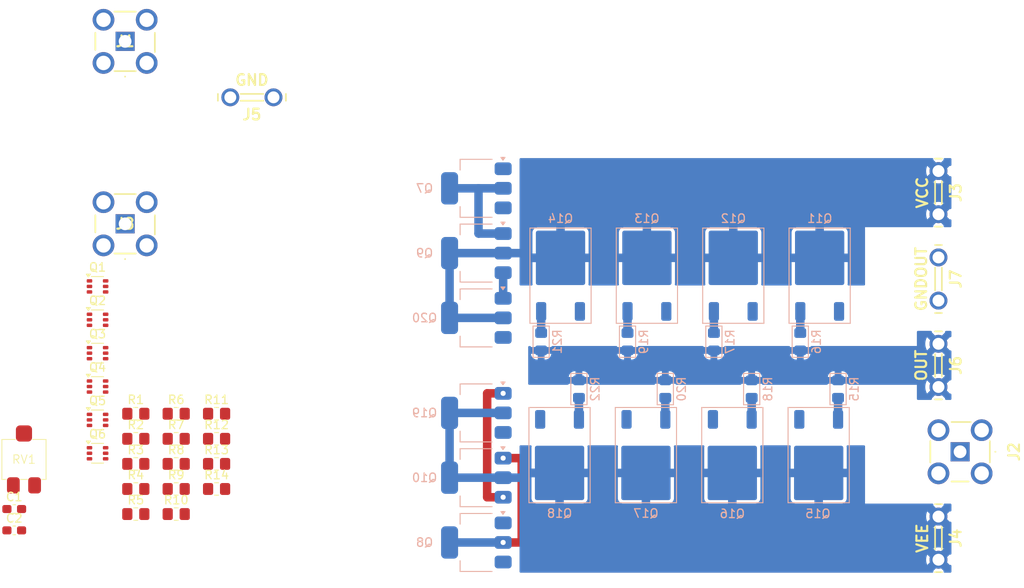
<source format=kicad_pcb>
(kicad_pcb (version 20240108) (generator "pcbnew") (generator_version "8.0")
  (layers (0 "F.Cu" signal) (31 "B.Cu" signal) (34 "B.Paste" user) (35 "F.Paste" user) (36 "B.SilkS" user "B.Silkscreen") (37 "F.SilkS" user "F.Silkscreen") (38 "B.Mask" user) (39 "F.Mask" user) (44 "Edge.Cuts" user))
  (net 0 "")
  (net 1 "OUT")
  (net 2 "IN+")
  (net 3 "IN-")
  (net 4 "VCC")
  (net 5 "VEE")
  (net 6 "Net-(Q3A-C1)")
  (net 7 "Net-(Q4A-C1)")
  (net 8 "Net-(Q1A-C1)")
  (net 9 "Net-(Q1A-B1)")
  (net 10 "Net-(Q7-E)")
  (net 11 "Net-(Q11-B)")
  (net 12 "Net-(Q8-E)")
  (net 13 "Net-(Q12-E)")
  (net 14 "Net-(Q2A-C1)")
  (net 15 "Net-(Q2A-B1)")
  (net 16 "Net-(Q3B-C2)")
  (net 17 "GND")
  (net 18 "Net-(Q4B-C2)")
  (net 19 "Net-(Q11-E)")
  (net 20 "Net-(Q9-B)")
  (net 21 "Net-(Q1B-E2)")
  (net 22 "Net-(Q1A-E1)")
  (net 23 "Net-(Q5A-E1)")
  (net 24 "Net-(Q5B-E2)")
  (net 25 "Net-(Q10-B)")
  (net 26 "Net-(Q2A-E1)")
  (net 27 "Net-(Q2B-E2)")
  (net 28 "Net-(Q6B-E2)")
  (net 29 "Net-(Q6A-E1)")
  (net 30 "Net-(Q20-B)")
  (net 31 "Net-(Q10-E)")
  (net 32 "Net-(Q13-E)")
  (net 33 "Net-(Q14-E)")
  (net 34 "Net-(Q15-E)")
  (net 35 "Net-(Q16-E)")
  (net 36 "Net-(Q17-E)")
  (net 37 "Net-(Q18-E)")
  (net 38 "Net-(R12-Pad1)")
  (net 39 "Net-(Q15-B)")
  (footprint "Package_TO_SOT_SMD:SOT-363_SC-70-6" (layer "F.Cu") (at 87.524 116.786)
    (property "Reference" "Q4" (at 0 -2.25 0) (layer "F.SilkS"))
    (property "Value" "MMDT5401")
    (pad "1" smd roundrect (at -0.95 -0.65) (size 0.65 0.4) (layers "F.Cu" "F.Paste" "F.Mask") (net 8 "Net-(Q1A-C1)"))
    (pad "2" smd roundrect (at -0.95 0) (size 0.65 0.4) (layers "F.Cu" "F.Paste" "F.Mask") (net 2 "IN+"))
    (pad "3" smd roundrect (at -0.95 0.65) (size 0.65 0.4) (layers "F.Cu" "F.Paste" "F.Mask") (net 18 "Net-(Q4B-C2)"))
    (pad "4" smd roundrect (at 0.95 0.65) (size 0.65 0.4) (layers "F.Cu" "F.Paste" "F.Mask") (net 8 "Net-(Q1A-C1)"))
    (pad "5" smd roundrect (at 0.95 0) (size 0.65 0.4) (layers "F.Cu" "F.Paste" "F.Mask") (net 3 "IN-"))
    (pad "6" smd roundrect (at 0.95 -0.65) (size 0.65 0.4) (layers "F.Cu" "F.Paste" "F.Mask") (net 7 "Net-(Q4A-C1)"))
  )
  (footprint "Resistor_SMD:R_0805_2012Metric_Pad1.20x1.40mm_HandSolder" (layer "F.Cu") (at 92.024 119.986)
    (property "Reference" "R1" (at 0 -1.65 0) (layer "F.SilkS"))
    (property "Value" "1k")
    (pad "1" smd roundrect (at -1 0) (size 1.2 1.4) (layers "F.Cu" "F.Paste" "F.Mask") (roundrect_rratio 0.208333) (net 21 "Net-(Q1B-E2)"))
    (pad "2" smd roundrect (at 1 0) (size 1.2 1.4) (layers "F.Cu" "F.Paste" "F.Mask") (roundrect_rratio 0.208333) (net 4 "VCC"))
  )
  (footprint "misc:SMA6251A13GT50G50" (layer "F.Cu") (at 90.764 97.646)
    (property "Reference" "J8" (at 0 0 0) (layer "F.SilkS") (effects (font (size 1.27 1.27) (thickness 0.254))))
    (property "Value" "+IN" (hide yes))
    (pad "1" thru_hole rect (at 0 0) (size 2.25 2.25) (drill 1.5) (layers "*.Cu" "*.Mask") (net 2 "IN+"))
    (pad "2" thru_hole circle (at -2.54 2.54) (size 2.55 2.55) (drill 1.7) (layers "*.Cu" "*.Mask") (net 17 "GND"))
    (pad "3" thru_hole circle (at 2.54 2.54) (size 2.55 2.55) (drill 1.7) (layers "*.Cu" "*.Mask") (net 17 "GND"))
    (pad "4" thru_hole circle (at 2.54 -2.54) (size 2.55 2.55) (drill 1.7) (layers "*.Cu" "*.Mask") (net 17 "GND"))
    (pad "5" thru_hole circle (at -2.54 -2.54) (size 2.55 2.55) (drill 1.7) (layers "*.Cu" "*.Mask") (net 17 "GND"))
  )
  (footprint "Resistor_SMD:R_0805_2012Metric_Pad1.20x1.40mm_HandSolder" (layer "F.Cu") (at 92.024 125.886)
    (property "Reference" "R3" (at 0 -1.65 0) (layer "F.SilkS"))
    (property "Value" "1k")
    (pad "1" smd roundrect (at -1 0) (size 1.2 1.4) (layers "F.Cu" "F.Paste" "F.Mask") (roundrect_rratio 0.208333) (net 5 "VEE"))
    (pad "2" smd roundrect (at 1 0) (size 1.2 1.4) (layers "F.Cu" "F.Paste" "F.Mask") (roundrect_rratio 0.208333) (net 27 "Net-(Q2B-E2)"))
  )
  (footprint "Resistor_SMD:R_0805_2012Metric_Pad1.20x1.40mm_HandSolder" (layer "F.Cu") (at 92.024 131.786)
    (property "Reference" "R5" (at 0 -1.65 0) (layer "F.SilkS"))
    (property "Value" "1k")
    (pad "1" smd roundrect (at -1 0) (size 1.2 1.4) (layers "F.Cu" "F.Paste" "F.Mask") (roundrect_rratio 0.208333) (net 5 "VEE"))
    (pad "2" smd roundrect (at 1 0) (size 1.2 1.4) (layers "F.Cu" "F.Paste" "F.Mask") (roundrect_rratio 0.208333) (net 26 "Net-(Q2A-E1)"))
  )
  (footprint "Package_TO_SOT_SMD:SOT-363_SC-70-6" (layer "F.Cu") (at 87.524 108.936)
    (property "Reference" "Q2" (at 0 -2.25 0) (layer "F.SilkS"))
    (property "Value" "MMDT5551")
    (pad "1" smd roundrect (at -0.95 -0.65) (size 0.65 0.4) (layers "F.Cu" "F.Paste" "F.Mask") (net 26 "Net-(Q2A-E1)"))
    (pad "2" smd roundrect (at -0.95 0) (size 0.65 0.4) (layers "F.Cu" "F.Paste" "F.Mask") (net 15 "Net-(Q2A-B1)"))
    (pad "3" smd roundrect (at -0.95 0.65) (size 0.65 0.4) (layers "F.Cu" "F.Paste" "F.Mask") (net 15 "Net-(Q2A-B1)"))
    (pad "4" smd roundrect (at 0.95 0.65) (size 0.65 0.4) (layers "F.Cu" "F.Paste" "F.Mask") (net 27 "Net-(Q2B-E2)"))
    (pad "5" smd roundrect (at 0.95 0) (size 0.65 0.4) (layers "F.Cu" "F.Paste" "F.Mask") (net 15 "Net-(Q2A-B1)"))
    (pad "6" smd roundrect (at 0.95 -0.65) (size 0.65 0.4) (layers "F.Cu" "F.Paste" "F.Mask") (net 14 "Net-(Q2A-C1)"))
  )
  (footprint "Resistor_SMD:R_0805_2012Metric_Pad1.20x1.40mm_HandSolder" (layer "F.Cu") (at 96.774 125.886)
    (property "Reference" "R8" (at 0 -1.65 0) (layer "F.SilkS"))
    (property "Value" "1k")
    (pad "1" smd roundrect (at -1 0) (size 1.2 1.4) (layers "F.Cu" "F.Paste" "F.Mask") (roundrect_rratio 0.208333) (net 23 "Net-(Q5A-E1)"))
    (pad "2" smd roundrect (at 1 0) (size 1.2 1.4) (layers "F.Cu" "F.Paste" "F.Mask") (roundrect_rratio 0.208333) (net 4 "VCC"))
  )
  (footprint "Capacitor_SMD:C_0603_1608Metric_Pad1.08x0.95mm_HandSolder" (layer "F.Cu") (at 77.724 131.196)
    (property "Reference" "C1" (at 0 -1.43 0) (layer "F.SilkS"))
    (property "Value" "47p")
    (pad "1" smd roundrect (at -0.8625 0) (size 1.075 0.95) (layers "F.Cu" "F.Paste" "F.Mask") (net 1 "OUT"))
    (pad "2" smd roundrect (at 0.8625 0) (size 1.075 0.95) (layers "F.Cu" "F.Paste" "F.Mask") (net 6 "Net-(Q3A-C1)"))
  )
  (footprint "misc:726386-2" (layer "F.Cu") (at 186.436 114.3 90)
    (property "Reference" "J6" (at 0 2.032 90) (layer "F.SilkS") (effects (font (size 1.27 1.27) (thickness 0.254))))
    (property "Value" "OUT" (at 0 -2.032 90) (layer "F.SilkS") (effects (font (size 1.27 1.27) (thickness 0.254))))
    (pad "1" thru_hole circle (at -2.54 0 90) (size 2.1 2.1) (drill 1.4) (layers "*.Cu" "*.Mask") (net 1 "OUT"))
    (pad "2" thru_hole circle (at 2.54 0 90) (size 2.1 2.1) (drill 1.4) (layers "*.Cu" "*.Mask") (net 1 "OUT"))
  )
  (footprint "misc:SMA6251A13GT50G50" (layer "F.Cu") (at 188.976 124.46 90)
    (property "Reference" "J2" (at 0 6.35 90) (layer "F.SilkS") (effects (font (size 1.27 1.27) (thickness 0.254))))
    (property "Value" "MON" (hide yes))
    (pad "1" thru_hole rect (at 0 0 90) (size 2.25 2.25) (drill 1.5) (layers "*.Cu" "*.Mask") (net 1 "OUT"))
    (pad "2" thru_hole circle (at -2.54 2.54 90) (size 2.55 2.55) (drill 1.7) (layers "*.Cu" "*.Mask") (net 17 "GND"))
    (pad "3" thru_hole circle (at 2.54 2.54 90) (size 2.55 2.55) (drill 1.7) (layers "*.Cu" "*.Mask") (net 17 "GND"))
    (pad "4" thru_hole circle (at 2.54 -2.54 90) (size 2.55 2.55) (drill 1.7) (layers "*.Cu" "*.Mask") (net 17 "GND"))
    (pad "5" thru_hole circle (at -2.54 -2.54 90) (size 2.55 2.55) (drill 1.7) (layers "*.Cu" "*.Mask") (net 17 "GND"))
  )
  (footprint "misc:726386-2" (layer "F.Cu") (at 105.679 82.769)
    (property "Reference" "J5" (at 0 2.032 0) (layer "F.SilkS") (effects (font (size 1.27 1.27) (thickness 0.254))))
    (property "Value" "GND" (at 0 -2.032 0) (layer "F.SilkS") (effects (font (size 1.27 1.27) (thickness 0.254))))
    (pad "1" thru_hole circle (at -2.54 0) (size 2.1 2.1) (drill 1.4) (layers "*.Cu" "*.Mask") (net 17 "GND"))
    (pad "2" thru_hole circle (at 2.54 0) (size 2.1 2.1) (drill 1.4) (layers "*.Cu" "*.Mask") (net 17 "GND"))
  )
  (footprint "Resistor_SMD:R_0805_2012Metric_Pad1.20x1.40mm_HandSolder" (layer "F.Cu") (at 96.774 131.786)
    (property "Reference" "R10" (at 0 -1.65 0) (layer "F.SilkS"))
    (property "Value" "47R")
    (pad "1" smd roundrect (at -1 0) (size 1.2 1.4) (layers "F.Cu" "F.Paste" "F.Mask") (roundrect_rratio 0.208333) (net 10 "Net-(Q7-E)"))
    (pad "2" smd roundrect (at 1 0) (size 1.2 1.4) (layers "F.Cu" "F.Paste" "F.Mask") (roundrect_rratio 0.208333) (net 4 "VCC"))
  )
  (footprint "Resistor_SMD:R_0805_2012Metric_Pad1.20x1.40mm_HandSolder" (layer "F.Cu") (at 101.524 125.886)
    (property "Reference" "R13" (at 0 -1.65 0) (layer "F.SilkS"))
    (property "Value" "GAIN")
    (pad "1" smd roundrect (at -1 0) (size 1.2 1.4) (layers "F.Cu" "F.Paste" "F.Mask") (roundrect_rratio 0.208333) (net 1 "OUT"))
    (pad "2" smd roundrect (at 1 0) (size 1.2 1.4) (layers "F.Cu" "F.Paste" "F.Mask") (roundrect_rratio 0.208333) (net 3 "IN-"))
  )
  (footprint "Resistor_SMD:R_0805_2012Metric_Pad1.20x1.40mm_HandSolder" (layer "F.Cu") (at 101.524 122.936)
    (property "Reference" "R12" (at 0 -1.65 0) (layer "F.SilkS"))
    (property "Value" "100R")
    (pad "1" smd roundrect (at -1 0) (size 1.2 1.4) (layers "F.Cu" "F.Paste" "F.Mask") (roundrect_rratio 0.208333) (net 38 "Net-(R12-Pad1)"))
    (pad "2" smd roundrect (at 1 0) (size 1.2 1.4) (layers "F.Cu" "F.Paste" "F.Mask") (roundrect_rratio 0.208333) (net 20 "Net-(Q9-B)"))
  )
  (footprint "Resistor_SMD:R_0805_2012Metric_Pad1.20x1.40mm_HandSolder" (layer "F.Cu") (at 101.524 119.986)
    (property "Reference" "R11" (at 0 -1.65 0) (layer "F.SilkS"))
    (property "Value" "47R")
    (pad "1" smd roundrect (at -1 0) (size 1.2 1.4) (layers "F.Cu" "F.Paste" "F.Mask") (roundrect_rratio 0.208333) (net 5 "VEE"))
    (pad "2" smd roundrect (at 1 0) (size 1.2 1.4) (layers "F.Cu" "F.Paste" "F.Mask") (roundrect_rratio 0.208333) (net 12 "Net-(Q8-E)"))
  )
  (footprint "Package_TO_SOT_SMD:SOT-363_SC-70-6" (layer "F.Cu") (at 87.524 105.011)
    (property "Reference" "Q1" (at 0 -2.25 0) (layer "F.SilkS"))
    (property "Value" "MMDT5401")
    (pad "1" smd roundrect (at -0.95 -0.65) (size 0.65 0.4) (layers "F.Cu" "F.Paste" "F.Mask") (net 22 "Net-(Q1A-E1)"))
    (pad "2" smd roundrect (at -0.95 0) (size 0.65 0.4) (layers "F.Cu" "F.Paste" "F.Mask") (net 9 "Net-(Q1A-B1)"))
    (pad "3" smd roundrect (at -0.95 0.65) (size 0.65 0.4) (layers "F.Cu" "F.Paste" "F.Mask") (net 9 "Net-(Q1A-B1)"))
    (pad "4" smd roundrect (at 0.95 0.65) (size 0.65 0.4) (layers "F.Cu" "F.Paste" "F.Mask") (net 21 "Net-(Q1B-E2)"))
    (pad "5" smd roundrect (at 0.95 0) (size 0.65 0.4) (layers "F.Cu" "F.Paste" "F.Mask") (net 9 "Net-(Q1A-B1)"))
    (pad "6" smd roundrect (at 0.95 -0.65) (size 0.65 0.4) (layers "F.Cu" "F.Paste" "F.Mask") (net 8 "Net-(Q1A-C1)"))
  )
  (footprint "Package_TO_SOT_SMD:SOT-363_SC-70-6" (layer "F.Cu") (at 87.524 124.636)
    (property "Reference" "Q6" (at 0 -2.25 0) (layer "F.SilkS"))
    (property "Value" "MMDT5551")
    (pad "1" smd roundrect (at -0.95 -0.65) (size 0.65 0.4) (layers "F.Cu" "F.Paste" "F.Mask") (net 29 "Net-(Q6A-E1)"))
    (pad "2" smd roundrect (at -0.95 0) (size 0.65 0.4) (layers "F.Cu" "F.Paste" "F.Mask") (net 7 "Net-(Q4A-C1)"))
    (pad "3" smd roundrect (at -0.95 0.65) (size 0.65 0.4) (layers "F.Cu" "F.Paste" "F.Mask") (net 7 "Net-(Q4A-C1)"))
    (pad "4" smd roundrect (at 0.95 0.65) (size 0.65 0.4) (layers "F.Cu" "F.Paste" "F.Mask") (net 28 "Net-(Q6B-E2)"))
    (pad "5" smd roundrect (at 0.95 0) (size 0.65 0.4) (layers "F.Cu" "F.Paste" "F.Mask") (net 7 "Net-(Q4A-C1)"))
    (pad "6" smd roundrect (at 0.95 -0.65) (size 0.65 0.4) (layers "F.Cu" "F.Paste" "F.Mask") (net 18 "Net-(Q4B-C2)"))
  )
  (footprint "Resistor_SMD:R_0805_2012Metric_Pad1.20x1.40mm_HandSolder" (layer "F.Cu") (at 92.024 128.836)
    (property "Reference" "R4" (at 0 -1.65 0) (layer "F.SilkS"))
    (property "Value" "1k")
    (pad "1" smd roundrect (at -1 0) (size 1.2 1.4) (layers "F.Cu" "F.Paste" "F.Mask") (roundrect_rratio 0.208333) (net 22 "Net-(Q1A-E1)"))
    (pad "2" smd roundrect (at 1 0) (size 1.2 1.4) (layers "F.Cu" "F.Paste" "F.Mask") (roundrect_rratio 0.208333) (net 4 "VCC"))
  )
  (footprint "Capacitor_SMD:C_0603_1608Metric_Pad1.08x0.95mm_HandSolder" (layer "F.Cu") (at 77.724 133.706)
    (property "Reference" "C2" (at 0 -1.43 0) (layer "F.SilkS"))
    (property "Value" "47p")
    (pad "1" smd roundrect (at -0.8625 0) (size 1.075 0.95) (layers "F.Cu" "F.Paste" "F.Mask") (net 7 "Net-(Q4A-C1)"))
    (pad "2" smd roundrect (at 0.8625 0) (size 1.075 0.95) (layers "F.Cu" "F.Paste" "F.Mask") (net 1 "OUT"))
  )
  (footprint "misc:726386-2" (layer "F.Cu") (at 186.436 134.62 90)
    (property "Reference" "J4" (at 0 2.032 90) (layer "F.SilkS") (effects (font (size 1.27 1.27) (thickness 0.254))))
    (property "Value" "VEE" (at 0 -1.905 90) (layer "F.SilkS") (effects (font (size 1.27 1.27) (thickness 0.254))))
    (pad "1" thru_hole circle (at -2.54 0 90) (size 2.1 2.1) (drill 1.4) (layers "*.Cu" "*.Mask") (net 5 "VEE"))
    (pad "2" thru_hole circle (at 2.54 0 90) (size 2.1 2.1) (drill 1.4) (layers "*.Cu" "*.Mask") (net 5 "VEE"))
  )
  (footprint "misc:726386-2" (layer "F.Cu") (at 186.436 93.98 90)
    (property "Reference" "J3" (at 0 2.032 90) (layer "F.SilkS") (effects (font (size 1.27 1.27) (thickness 0.254))))
    (property "Value" "VCC" (at 0 -1.905 90) (layer "F.SilkS") (effects (font (size 1.27 1.27) (thickness 0.254))))
    (pad "1" thru_hole circle (at -2.54 0 90) (size 2.1 2.1) (drill 1.4) (layers "*.Cu" "*.Mask") (net 4 "VCC"))
    (pad "2" thru_hole circle (at 2.54 0 90) (size 2.1 2.1) (drill 1.4) (layers "*.Cu" "*.Mask") (net 4 "VCC"))
  )
  (footprint "Resistor_SMD:R_0805_2012Metric_Pad1.20x1.40mm_HandSolder" (layer "F.Cu") (at 96.774 119.986)
    (property "Reference" "R6" (at 0 -1.65 0) (layer "F.SilkS"))
    (property "Value" "1k")
    (pad "1" smd roundrect (at -1 0) (size 1.2 1.4) (layers "F.Cu" "F.Paste" "F.Mask") (roundrect_rratio 0.208333) (net 24 "Net-(Q5B-E2)"))
    (pad "2" smd roundrect (at 1 0) (size 1.2 1.4) (layers "F.Cu" "F.Paste" "F.Mask") (roundrect_rratio 0.208333) (net 4 "VCC"))
  )
  (footprint "misc:SMA6251A13GT50G50" (layer "F.Cu") (at 90.764 76.186)
    (property "Reference" "J1" (at 0 0 0) (layer "F.SilkS") (effects (font (size 1.27 1.27) (thickness 0.254))))
    (property "Value" "-IN" (hide yes))
    (pad "1" thru_hole rect (at 0 0) (size 2.25 2.25) (drill 1.5) (layers "*.Cu" "*.Mask") (net 3 "IN-"))
    (pad "2" thru_hole circle (at -2.54 2.54) (size 2.55 2.55) (drill 1.7) (layers "*.Cu" "*.Mask") (net 17 "GND"))
    (pad "3" thru_hole circle (at 2.54 2.54) (size 2.55 2.55) (drill 1.7) (layers "*.Cu" "*.Mask") (net 17 "GND"))
    (pad "4" thru_hole circle (at 2.54 -2.54) (size 2.55 2.55) (drill 1.7) (layers "*.Cu" "*.Mask") (net 17 "GND"))
    (pad "5" thru_hole circle (at -2.54 -2.54) (size 2.55 2.55) (drill 1.7) (layers "*.Cu" "*.Mask") (net 17 "GND"))
  )
  (footprint "Resistor_SMD:R_0805_2012Metric_Pad1.20x1.40mm_HandSolder" (layer "F.Cu") (at 101.524 128.836)
    (property "Reference" "R14" (at 0 -1.65 0) (layer "F.SilkS"))
    (property "Value" "1k")
    (pad "1" smd roundrect (at -1 0) (size 1.2 1.4) (layers "F.Cu" "F.Paste" "F.Mask") (roundrect_rratio 0.208333) (net 3 "IN-"))
    (pad "2" smd roundrect (at 1 0) (size 1.2 1.4) (layers "F.Cu" "F.Paste" "F.Mask") (roundrect_rratio 0.208333) (net 17 "GND"))
  )
  (footprint "Package_TO_SOT_SMD:SOT-363_SC-70-6" (layer "F.Cu") (at 87.524 120.711)
    (property "Reference" "Q5" (at 0 -2.25 0) (layer "F.SilkS"))
    (property "Value" "MMDT5401")
    (pad "1" smd roundrect (at -0.95 -0.65) (size 0.65 0.4) (layers "F.Cu" "F.Paste" "F.Mask") (net 23 "Net-(Q5A-E1)"))
    (pad "2" smd roundrect (at -0.95 0) (size 0.65 0.4) (layers "F.Cu" "F.Paste" "F.Mask") (net 6 "Net-(Q3A-C1)"))
    (pad "3" smd roundrect (at -0.95 0.65) (size 0.65 0.4) (layers "F.Cu" "F.Paste" "F.Mask") (net 6 "Net-(Q3A-C1)"))
    (pad "4" smd roundrect (at 0.95 0.65) (size 0.65 0.4) (layers "F.Cu" "F.Paste" "F.Mask") (net 24 "Net-(Q5B-E2)"))
    (pad "5" smd roundrect (at 0.95 0) (size 0.65 0.4) (layers "F.Cu" "F.Paste" "F.Mask") (net 6 "Net-(Q3A-C1)"))
    (pad "6" smd roundrect (at 0.95 -0.65) (size 0.65 0.4) (layers "F.Cu" "F.Paste" "F.Mask") (net 16 "Net-(Q3B-C2)"))
  )
  (footprint "misc:G43B_SMD_trimpot" (layer "F.Cu") (at 78.868 125.36)
    (property "Reference" "RV1" (at 0 0 0) (layer "F.SilkS") (effects (font (thickness 0.1))))
    (property "Value" "500R" (hide yes))
    (pad "1" smd roundrect (at -1.25 3.05) (size 1.5 1.9) (layers "F.Cu" "F.Paste" "F.Mask") (net 38 "Net-(R12-Pad1)"))
    (pad "2" smd roundrect (at 0 -3.05) (size 1.9 1.9) (layers "F.Cu" "F.Paste" "F.Mask") (net 38 "Net-(R12-Pad1)"))
    (pad "3" smd roundrect (at 1.25 3.05) (size 1.5 1.9) (layers "F.Cu" "F.Paste" "F.Mask") (net 25 "Net-(Q10-B)"))
  )
  (footprint "Package_TO_SOT_SMD:SOT-363_SC-70-6" (layer "F.Cu") (at 87.524 112.861)
    (property "Reference" "Q3" (at 0 -2.25 0) (layer "F.SilkS"))
    (property "Value" "MMDT5551")
    (pad "1" smd roundrect (at -0.95 -0.65) (size 0.65 0.4) (layers "F.Cu" "F.Paste" "F.Mask") (net 14 "Net-(Q2A-C1)"))
    (pad "2" smd roundrect (at -0.95 0) (size 0.65 0.4) (layers "F.Cu" "F.Paste" "F.Mask") (net 2 "IN+"))
    (pad "3" smd roundrect (at -0.95 0.65) (size 0.65 0.4) (layers "F.Cu" "F.Paste" "F.Mask") (net 16 "Net-(Q3B-C2)"))
    (pad "4" smd roundrect (at 0.95 0.65) (size 0.65 0.4) (layers "F.Cu" "F.Paste" "F.Mask") (net 14 "Net-(Q2A-C1)"))
    (pad "5" smd roundrect (at 0.95 0) (size 0.65 0.4) (layers "F.Cu" "F.Paste" "F.Mask") (net 3 "IN-"))
    (pad "6" smd roundrect (at 0.95 -0.65) (size 0.65 0.4) (layers "F.Cu" "F.Paste" "F.Mask") (net 6 "Net-(Q3A-C1)"))
  )
  (footprint "Resistor_SMD:R_0805_2012Metric_Pad1.20x1.40mm_HandSolder" (layer "F.Cu") (at 96.774 128.836)
    (property "Reference" "R9" (at 0 -1.65 0) (layer "F.SilkS"))
    (property "Value" "1k")
    (pad "1" smd roundrect (at -1 0) (size 1.2 1.4) (layers "F.Cu" "F.Paste" "F.Mask") (roundrect_rratio 0.208333) (net 5 "VEE"))
    (pad "2" smd roundrect (at 1 0) (size 1.2 1.4) (layers "F.Cu" "F.Paste" "F.Mask") (roundrect_rratio 0.208333) (net 29 "Net-(Q6A-E1)"))
  )
  (footprint "Resistor_SMD:R_0805_2012Metric_Pad1.20x1.40mm_HandSolder" (layer "F.Cu") (at 96.774 122.936)
    (property "Reference" "R7" (at 0 -1.65 0) (layer "F.SilkS"))
    (property "Value" "1k")
    (pad "1" smd roundrect (at -1 0) (size 1.2 1.4) (layers "F.Cu" "F.Paste" "F.Mask") (roundrect_rratio 0.208333) (net 5 "VEE"))
    (pad "2" smd roundrect (at 1 0) (size 1.2 1.4) (layers "F.Cu" "F.Paste" "F.Mask") (roundrect_rratio 0.208333) (net 28 "Net-(Q6B-E2)"))
  )
  (footprint "Resistor_SMD:R_0805_2012Metric_Pad1.20x1.40mm_HandSolder" (layer "F.Cu") (at 92.024 122.936)
    (property "Reference" "R2" (at 0 -1.65 0) (layer "F.SilkS"))
    (property "Value" "330k")
    (pad "1" smd roundrect (at -1 0) (size 1.2 1.4) (layers "F.Cu" "F.Paste" "F.Mask") (roundrect_rratio 0.208333) (net 15 "Net-(Q2A-B1)"))
    (pad "2" smd roundrect (at 1 0) (size 1.2 1.4) (layers "F.Cu" "F.Paste" "F.Mask") (roundrect_rratio 0.208333) (net 9 "Net-(Q1A-B1)"))
  )
  (footprint "misc:726386-2" (layer "F.Cu") (at 186.436 104.14 90)
    (property "Reference" "J7" (at 0 2.032 90) (layer "F.SilkS") (effects (font (size 1.27 1.27) (thickness 0.254))))
    (property "Value" "GNDOUT" (at 0 -2.032 90) (layer "F.SilkS") (effects (font (size 1.27 1.27) (thickness 0.254))))
    (pad "1" thru_hole circle (at -2.54 0 90) (size 2.1 2.1) (drill 1.4) (layers "*.Cu" "*.Mask") (net 17 "GND"))
    (pad "2" thru_hole circle (at 2.54 0 90) (size 2.1 2.1) (drill 1.4) (layers "*.Cu" "*.Mask") (net 17 "GND"))
  )
  (footprint "PCM_Package_TO_SOT_SMD_AKL:TO-252-2" (layer "B.Cu") (at 172.46 103.75 90)
    (property "Reference" "Q11" (at 6.722 0.006 360) (layer "B.SilkS") (effects (justify mirror)))
    (property "Value" "MJD31C" (hide yes))
    (pad "1" smd roundrect (at -4.2 2.28 90) (size 2.2 1.2) (layers "B.Cu" "B.Paste" "B.Mask") (roundrect_rratio 0.2083333333) (net 11 "Net-(Q11-B)"))
    (pad "2" smd roundrect (at 2.1 0 90) (size 6.4 5.8) (layers "B.Cu" "B.Mask") (roundrect_rratio 0.04310344828) (net 4 "VCC"))
    (pad "3" smd roundrect (at -4.2 -2.28 90) (size 2.2 1.2) (layers "B.Cu" "B.Paste" "B.Mask") (roundrect_rratio 0.2083333333) (net 19 "Net-(Q11-E)"))
  )
  (footprint "PCM_Resistor_SMD_AKL:R_0805_2012Metric_Pad1.15x1.40mm_HandSolder" (layer "B.Cu") (at 170.18 111.515 90)
    (property "Reference" "R16" (at 0 1.905 90) (layer "B.SilkS") (effects (justify mirror)))
    (property "Value" "50m")
    (pad "1" smd roundrect (at -1.025 0 90) (size 1.15 1.4) (layers "B.Cu" "B.Paste" "B.Mask") (roundrect_rratio 0.217391) (net 1 "OUT"))
    (pad "2" smd roundrect (at 1.025 0 90) (size 1.15 1.4) (layers "B.Cu" "B.Paste" "B.Mask") (roundrect_rratio 0.217391) (net 19 "Net-(Q11-E)"))
  )
  (footprint "PCM_Resistor_SMD_AKL:R_0805_2012Metric_Pad1.15x1.40mm_HandSolder" (layer "B.Cu") (at 139.7 111.515 90)
    (property "Reference" "R21" (at 0 1.905 90) (layer "B.SilkS") (effects (justify mirror)))
    (property "Value" "50m")
    (pad "1" smd roundrect (at -1.025 0 90) (size 1.15 1.4) (layers "B.Cu" "B.Paste" "B.Mask") (roundrect_rratio 0.217391) (net 1 "OUT"))
    (pad "2" smd roundrect (at 1.025 0 90) (size 1.15 1.4) (layers "B.Cu" "B.Paste" "B.Mask") (roundrect_rratio 0.217391) (net 33 "Net-(Q14-E)"))
  )
  (footprint "PCM_Resistor_SMD_AKL:R_0805_2012Metric_Pad1.15x1.40mm_HandSolder" (layer "B.Cu") (at 154.305 117.085 90)
    (property "Reference" "R20" (at 0 1.905 90) (layer "B.SilkS") (effects (justify mirror)))
    (property "Value" "50m")
    (pad "1" smd roundrect (at -1.025 0 90) (size 1.15 1.4) (layers "B.Cu" "B.Paste" "B.Mask") (roundrect_rratio 0.217391) (net 36 "Net-(Q17-E)"))
    (pad "2" smd roundrect (at 1.025 0 90) (size 1.15 1.4) (layers "B.Cu" "B.Paste" "B.Mask") (roundrect_rratio 0.217391) (net 1 "OUT"))
  )
  (footprint "PCM_Resistor_SMD_AKL:R_0805_2012Metric_Pad1.15x1.40mm_HandSolder" (layer "B.Cu") (at 160.02 111.515 90)
    (property "Reference" "R17" (at 0 1.905 90) (layer "B.SilkS") (effects (justify mirror)))
    (property "Value" "50m")
    (pad "1" smd roundrect (at -1.025 0 90) (size 1.15 1.4) (layers "B.Cu" "B.Paste" "B.Mask") (roundrect_rratio 0.217391) (net 1 "OUT"))
    (pad "2" smd roundrect (at 1.025 0 90) (size 1.15 1.4) (layers "B.Cu" "B.Paste" "B.Mask") (roundrect_rratio 0.217391) (net 13 "Net-(Q12-E)"))
  )
  (footprint "Package_TO_SOT_SMD:SOT-223" (layer "B.Cu") (at 132.08 93.472 180)
    (property "Reference" "Q7" (at 6.096 0 0) (layer "B.SilkS") (effects (justify mirror)))
    (property "Value" "PZTA92-QX")
    (pad "1" smd roundrect (at -3.15 2.3 180) (size 2 1.5) (layers "B.Cu" "B.Paste" "B.Mask") (net 6 "Net-(Q3A-C1)"))
    (pad "2" smd roundrect (at -3.15 0 180) (size 2 1.5) (layers "B.Cu" "B.Paste" "B.Mask") (net 20 "Net-(Q9-B)"))
    (pad "3" smd roundrect (at -3.15 -2.3 180) (size 2 1.5) (layers "B.Cu" "B.Paste" "B.Mask") (net 10 "Net-(Q7-E)"))
    (pad "4" smd roundrect (at 3.15 0 180) (size 2 3.8) (layers "B.Cu" "B.Paste" "B.Mask") (net 20 "Net-(Q9-B)"))
  )
  (footprint "PCM_Resistor_SMD_AKL:R_0805_2012Metric_Pad1.15x1.40mm_HandSolder" (layer "B.Cu") (at 164.465 117.085 90)
    (property "Reference" "R18" (at 0 1.905 90) (layer "B.SilkS") (effects (justify mirror)))
    (property "Value" "50m")
    (pad "1" smd roundrect (at -1.025 0 90) (size 1.15 1.4) (layers "B.Cu" "B.Paste" "B.Mask") (roundrect_rratio 0.217391) (net 35 "Net-(Q16-E)"))
    (pad "2" smd roundrect (at 1.025 0 90) (size 1.15 1.4) (layers "B.Cu" "B.Paste" "B.Mask") (roundrect_rratio 0.217391) (net 1 "OUT"))
  )
  (footprint "PCM_Package_TO_SOT_SMD_AKL:TO-252-2" (layer "B.Cu") (at 152.14 103.75 90)
    (property "Reference" "Q13" (at 6.722 0 360) (layer "B.SilkS") (effects (justify mirror)))
    (property "Value" "MJD31C" (hide yes))
    (pad "1" smd roundrect (at -4.2 2.28 90) (size 2.2 1.2) (layers "B.Cu" "B.Paste" "B.Mask") (roundrect_rratio 0.2083333333) (net 11 "Net-(Q11-B)"))
    (pad "2" smd roundrect (at 2.1 0 90) (size 6.4 5.8) (layers "B.Cu" "B.Mask") (roundrect_rratio 0.04310344828) (net 4 "VCC"))
    (pad "3" smd roundrect (at -4.2 -2.28 90) (size 2.2 1.2) (layers "B.Cu" "B.Paste" "B.Mask") (roundrect_rratio 0.2083333333) (net 32 "Net-(Q13-E)"))
  )
  (footprint "PCM_Package_TO_SOT_SMD_AKL:TO-252-2" (layer "B.Cu") (at 141.865 124.85 -90)
    (property "Reference" "Q18" (at 6.858 0 360) (layer "B.SilkS") (effects (justify mirror)))
    (property "Value" "MJD32C" (hide yes))
    (pad "1" smd roundrect (at -4.2 2.28 270) (size 2.2 1.2) (layers "B.Cu" "B.Paste" "B.Mask") (roundrect_rratio 0.2083333333) (net 39 "Net-(Q15-B)"))
    (pad "2" smd roundrect (at 2.1 0 270) (size 6.4 5.8) (layers "B.Cu" "B.Mask") (roundrect_rratio 0.04310344828) (net 5 "VEE"))
    (pad "3" smd roundrect (at -4.2 -2.28 270) (size 2.2 1.2) (layers "B.Cu" "B.Paste" "B.Mask") (roundrect_rratio 0.2083333333) (net 37 "Net-(Q18-E)"))
  )
  (footprint "PCM_Package_TO_SOT_SMD_AKL:TO-252-2" (layer "B.Cu") (at 172.345 124.85 -90)
    (property "Reference" "Q15" (at 6.896 0.092 360) (layer "B.SilkS") (effects (justify mirror)))
    (property "Value" "MJD32C" (hide yes))
    (pad "1" smd roundrect (at -4.2 2.28 270) (size 2.2 1.2) (layers "B.Cu" "B.Paste" "B.Mask") (roundrect_rratio 0.2083333333) (net 39 "Net-(Q15-B)"))
    (pad "2" smd roundrect (at 2.1 0 270) (size 6.4 5.8) (layers "B.Cu" "B.Mask") (roundrect_rratio 0.04310344828) (net 5 "VEE"))
    (pad "3" smd roundrect (at -4.2 -2.28 270) (size 2.2 1.2) (layers "B.Cu" "B.Paste" "B.Mask") (roundrect_rratio 0.2083333333) (net 34 "Net-(Q15-E)"))
  )
  (footprint "PCM_Package_TO_SOT_SMD_AKL:TO-252-2" (layer "B.Cu") (at 162.3 103.75 90)
    (property "Reference" "Q12" (at 6.722 0.006 360) (layer "B.SilkS") (effects (justify mirror)))
    (property "Value" "MJD31C" (hide yes))
    (pad "1" smd roundrect (at -4.2 2.28 90) (size 2.2 1.2) (layers "B.Cu" "B.Paste" "B.Mask") (roundrect_rratio 0.2083333333) (net 11 "Net-(Q11-B)"))
    (pad "2" smd roundrect (at 2.1 0 90) (size 6.4 5.8) (layers "B.Cu" "B.Mask") (roundrect_rratio 0.04310344828) (net 4 "VCC"))
    (pad "3" smd roundrect (at -4.2 -2.28 90) (size 2.2 1.2) (layers "B.Cu" "B.Paste" "B.Mask") (roundrect_rratio 0.2083333333) (net 13 "Net-(Q12-E)"))
  )
  (footprint "PCM_Resistor_SMD_AKL:R_0805_2012Metric_Pad1.15x1.40mm_HandSolder" (layer "B.Cu") (at 144.145 117.085 90)
    (property "Reference" "R22" (at 0 1.905 90) (layer "B.SilkS") (effects (justify mirror)))
    (property "Value" "50m")
    (pad "1" smd roundrect (at -1.025 0 90) (size 1.15 1.4) (layers "B.Cu" "B.Paste" "B.Mask") (roundrect_rratio 0.217391) (net 37 "Net-(Q18-E)"))
    (pad "2" smd roundrect (at 1.025 0 90) (size 1.15 1.4) (layers "B.Cu" "B.Paste" "B.Mask") (roundrect_rratio 0.217391) (net 1 "OUT"))
  )
  (footprint "PCM_Package_TO_SOT_SMD_AKL:TO-252-2" (layer "B.Cu") (at 141.98 103.75 90)
    (property "Reference" "Q14" (at 6.722 0 360) (layer "B.SilkS") (effects (justify mirror)))
    (property "Value" "MJD31C" (hide yes))
    (pad "1" smd roundrect (at -4.2 2.28 90) (size 2.2 1.2) (layers "B.Cu" "B.Paste" "B.Mask") (roundrect_rratio 0.2083333333) (net 11 "Net-(Q11-B)"))
    (pad "2" smd roundrect (at 2.1 0 90) (size 6.4 5.8) (layers "B.Cu" "B.Mask") (roundrect_rratio 0.04310344828) (net 4 "VCC"))
    (pad "3" smd roundrect (at -4.2 -2.28 90) (size 2.2 1.2) (layers "B.Cu" "B.Paste" "B.Mask") (roundrect_rratio 0.2083333333) (net 33 "Net-(Q14-E)"))
  )
  (footprint "PCM_Resistor_SMD_AKL:R_0805_2012Metric_Pad1.15x1.40mm_HandSolder" (layer "B.Cu") (at 174.625 117.085 90)
    (property "Reference" "R15" (at 0 1.905 90) (layer "B.SilkS") (effects (justify mirror)))
    (property "Value" "50m")
    (pad "1" smd roundrect (at -1.025 0 90) (size 1.15 1.4) (layers "B.Cu" "B.Paste" "B.Mask") (roundrect_rratio 0.217391) (net 34 "Net-(Q15-E)"))
    (pad "2" smd roundrect (at 1.025 0 90) (size 1.15 1.4) (layers "B.Cu" "B.Paste" "B.Mask") (roundrect_rratio 0.217391) (net 1 "OUT"))
  )
  (footprint "PCM_Package_TO_SOT_SMD_AKL:TO-252-2" (layer "B.Cu") (at 162.185 124.85 -90)
    (property "Reference" "Q16" (at 6.896 0 360) (layer "B.SilkS") (effects (justify mirror)))
    (property "Value" "MJD32C" (hide yes))
    (pad "1" smd roundrect (at -4.2 2.28 270) (size 2.2 1.2) (layers "B.Cu" "B.Paste" "B.Mask") (roundrect_rratio 0.2083333333) (net 39 "Net-(Q15-B)"))
    (pad "2" smd roundrect (at 2.1 0 270) (size 6.4 5.8) (layers "B.Cu" "B.Mask") (roundrect_rratio 0.04310344828) (net 5 "VEE"))
    (pad "3" smd roundrect (at -4.2 -2.28 270) (size 2.2 1.2) (layers "B.Cu" "B.Paste" "B.Mask") (roundrect_rratio 0.2083333333) (net 35 "Net-(Q16-E)"))
  )
  (footprint "Package_TO_SOT_SMD:SOT-223" (layer "B.Cu") (at 132.08 119.888 180)
    (property "Reference" "Q19" (at 6.096 0 360) (layer "B.SilkS") (effects (justify mirror)))
    (property "Value" "PZTA92-QX")
    (pad "1" smd roundrect (at -3.15 2.3 180) (size 2 1.5) (layers "B.Cu" "B.Paste" "B.Mask") (net 31 "Net-(Q10-E)"))
    (pad "2" smd roundrect (at -3.15 0 180) (size 2 1.5) (layers "B.Cu" "B.Paste" "B.Mask") (net 5 "VEE"))
    (pad "3" smd roundrect (at -3.15 -2.3 180) (size 2 1.5) (layers "B.Cu" "B.Paste" "B.Mask") (net 39 "Net-(Q15-B)"))
    (pad "4" smd roundrect (at 3.15 0 180) (size 2 3.8) (layers "B.Cu" "B.Paste" "B.Mask") (net 5 "VEE"))
  )
  (footprint "Package_TO_SOT_SMD:SOT-223" (layer "B.Cu") (at 132.08 108.712 180)
    (property "Reference" "Q20" (at 6.096 0 180) (layer "B.SilkS") (effects (justify mirror)))
    (property "Value" "PZTA42-QX")
    (pad "1" smd roundrect (at -3.15 2.3 180) (size 2 1.5) (layers "B.Cu" "B.Paste" "B.Mask") (net 30 "Net-(Q20-B)"))
    (pad "2" smd roundrect (at -3.15 0 180) (size 2 1.5) (layers "B.Cu" "B.Paste" "B.Mask") (net 4 "VCC"))
    (pad "3" smd roundrect (at -3.15 -2.3 180) (size 2 1.5) (layers "B.Cu" "B.Paste" "B.Mask") (net 11 "Net-(Q11-B)"))
    (pad "4" smd roundrect (at 3.15 0 180) (size 2 3.8) (layers "B.Cu" "B.Paste" "B.Mask") (net 4 "VCC"))
  )
  (footprint "PCM_Resistor_SMD_AKL:R_0805_2012Metric_Pad1.15x1.40mm_HandSolder" (layer "B.Cu") (at 149.86 111.515 90)
    (property "Reference" "R19" (at 0 1.905 90) (layer "B.SilkS") (effects (justify mirror)))
    (property "Value" "50m")
    (pad "1" smd roundrect (at -1.025 0 90) (size 1.15 1.4) (layers "B.Cu" "B.Paste" "B.Mask") (roundrect_rratio 0.217391) (net 1 "OUT"))
    (pad "2" smd roundrect (at 1.025 0 90) (size 1.15 1.4) (layers "B.Cu" "B.Paste" "B.Mask") (roundrect_rratio 0.217391) (net 32 "Net-(Q13-E)"))
  )
  (footprint "PCM_Package_TO_SOT_SMD_AKL:TO-252-2" (layer "B.Cu") (at 152.025 124.85 -90)
    (property "Reference" "Q17" (at 6.858 0 360) (layer "B.SilkS") (effects (justify mirror)))
    (property "Value" "MJD32C" (hide yes))
    (pad "1" smd roundrect (at -4.2 2.28 270) (size 2.2 1.2) (layers "B.Cu" "B.Paste" "B.Mask") (roundrect_rratio 0.2083333333) (net 39 "Net-(Q15-B)"))
    (pad "2" smd roundrect (at 2.1 0 270) (size 6.4 5.8) (layers "B.Cu" "B.Mask") (roundrect_rratio 0.04310344828) (net 5 "VEE"))
    (pad "3" smd roundrect (at -4.2 -2.28 270) (size 2.2 1.2) (layers "B.Cu" "B.Paste" "B.Mask") (roundrect_rratio 0.2083333333) (net 36 "Net-(Q17-E)"))
  )
  (footprint "Package_TO_SOT_SMD:SOT-223" (layer "B.Cu") (at 132.08 127.508 180)
    (property "Reference" "Q10" (at 6.096 0 0) (layer "B.SilkS") (effects (justify mirror)))
    (property "Value" "PZTA92-QX")
    (pad "1" smd roundrect (at -3.15 2.3 180) (size 2 1.5) (layers "B.Cu" "B.Paste" "B.Mask") (net 25 "Net-(Q10-B)"))
    (pad "2" smd roundrect (at -3.15 0 180) (size 2 1.5) (layers "B.Cu" "B.Paste" "B.Mask") (net 5 "VEE"))
    (pad "3" smd roundrect (at -3.15 -2.3 180) (size 2 1.5) (layers "B.Cu" "B.Paste" "B.Mask") (net 31 "Net-(Q10-E)"))
    (pad "4" smd roundrect (at 3.15 0 180) (size 2 3.8) (layers "B.Cu" "B.Paste" "B.Mask") (net 5 "VEE"))
  )
  (footprint "Package_TO_SOT_SMD:SOT-223" (layer "B.Cu") (at 132.08 101.092 180)
    (property "Reference" "Q9" (at 6.096 0 180) (layer "B.SilkS") (effects (justify mirror)))
    (property "Value" "PZTA42-QX")
    (pad "1" smd roundrect (at -3.15 2.3 180) (size 2 1.5) (layers "B.Cu" "B.Paste" "B.Mask") (net 20 "Net-(Q9-B)"))
    (pad "2" smd roundrect (at -3.15 0 180) (size 2 1.5) (layers "B.Cu" "B.Paste" "B.Mask") (net 4 "VCC"))
    (pad "3" smd roundrect (at -3.15 -2.3 180) (size 2 1.5) (layers "B.Cu" "B.Paste" "B.Mask") (net 30 "Net-(Q20-B)"))
    (pad "4" smd roundrect (at 3.15 0 180) (size 2 3.8) (layers "B.Cu" "B.Paste" "B.Mask") (net 4 "VCC"))
  )
  (footprint "Package_TO_SOT_SMD:SOT-223" (layer "B.Cu") (at 132.08 135.128 180)
    (property "Reference" "Q8" (at 6.096 0 0) (layer "B.SilkS") (effects (justify mirror)))
    (property "Value" "PZTA42-QX")
    (pad "1" smd roundrect (at -3.15 2.3 180) (size 2 1.5) (layers "B.Cu" "B.Paste" "B.Mask") (net 7 "Net-(Q4A-C1)"))
    (pad "2" smd roundrect (at -3.15 0 180) (size 2 1.5) (layers "B.Cu" "B.Paste" "B.Mask") (net 25 "Net-(Q10-B)"))
    (pad "3" smd roundrect (at -3.15 -2.3 180) (size 2 1.5) (layers "B.Cu" "B.Paste" "B.Mask") (net 12 "Net-(Q8-E)"))
    (pad "4" smd roundrect (at 3.15 0 180) (size 2 3.8) (layers "B.Cu" "B.Paste" "B.Mask") (net 25 "Net-(Q10-B)"))
  )
  (segment (start 128.93 101.092) (end 135.23 101.092) (width 1) (layer "B.Cu") (net 4))
  (segment (start 137.668 101.092) (end 135.23 101.092) (width 1) (layer "B.Cu") (net 4))
  (segment (start 128.93 108.712) (end 128.93 101.092) (width 1) (layer "B.Cu") (net 4))
  (segment (start 141.98 101.65) (end 138.226 101.65) (width 1) (layer "B.Cu") (net 4))
  (segment (start 135.23 108.712) (end 128.93 108.712) (width 1) (layer "B.Cu") (net 4))
  (segment (start 138.226 101.65) (end 137.668 101.092) (width 1) (layer "B.Cu") (net 4))
  (segment (start 128.93 119.888) (end 135.23 119.888) (width 1) (layer "B.Cu") (net 5))
  (segment (start 138.226 126.95) (end 141.865 126.95) (width 1) (layer "B.Cu") (net 5))
  (segment (start 128.93 119.888) (end 128.93 127.508) (width 1) (layer "B.Cu") (net 5))
  (segment (start 135.23 127.508) (end 128.93 127.508) (width 1) (layer "B.Cu") (net 5))
  (segment (start 135.23 127.508) (end 137.668 127.508) (width 1) (layer "B.Cu") (net 5))
  (segment (start 137.668 127.508) (end 138.226 126.95) (width 1) (layer "B.Cu") (net 5))
  (segment (start 160.02 107.95) (end 160.02 110.49) (width 1) (layer "B.Cu") (net 13))
  (segment (start 170.18 107.95) (end 170.18 110.49) (width 1) (layer "B.Cu") (net 19))
  (segment (start 135.23 93.472) (end 132.334 93.472) (width 1) (layer "B.Cu") (net 20))
  (segment (start 132.334 93.472) (end 128.93 93.472) (width 1) (layer "B.Cu") (net 20))
  (segment (start 132.348 98.792) (end 132.334 98.778) (width 1) (layer "B.Cu") (net 20))
  (segment (start 132.334 98.778) (end 132.334 93.472) (width 1) (layer "B.Cu") (net 20))
  (segment (start 135.23 98.792) (end 132.348 98.792) (width 1) (layer "B.Cu") (net 20))
  (segment (start 137.414 135.128) (end 135.23 135.128) (width 1) (layer "F.Cu") (net 25))
  (segment (start 135.23 125.208) (end 137.4 125.208) (width 1) (layer "F.Cu") (net 25))
  (segment (start 137.414 125.222) (end 137.414 135.128) (width 1) (layer "F.Cu") (net 25))
  (segment (start 137.4 125.208) (end 137.414 125.222) (width 1) (layer "F.Cu") (net 25))
  (via (at 135.23 135.128) (size 0.8) (drill 0.6) (layers "F.Cu" "B.Cu") (net 25))
  (via (at 135.23 125.208) (size 0.8) (drill 0.6) (layers "F.Cu" "B.Cu") (net 25))
  (segment (start 128.93 135.128) (end 135.23 135.128) (width 1) (layer "B.Cu") (net 25))
  (segment (start 135.23 103.392) (end 135.23 106.412) (width 1) (layer "B.Cu") (net 30))
  (segment (start 135.23 117.588) (end 133.364 117.588) (width 1) (layer "F.Cu") (net 31))
  (segment (start 133.364 129.808) (end 135.23 129.808) (width 1) (layer "F.Cu") (net 31))
  (segment (start 133.364 117.588) (end 133.35 117.602) (width 1) (layer "F.Cu") (net 31))
  (segment (start 133.35 117.602) (end 133.35 129.794) (width 1) (layer "F.Cu") (net 31))
  (segment (start 133.35 129.794) (end 133.364 129.808) (width 1) (layer "F.Cu") (net 31))
  (via (at 135.23 117.588) (size 0.8) (drill 0.6) (layers "F.Cu" "B.Cu") (net 31))
  (via (at 135.23 129.808) (size 0.8) (drill 0.6) (layers "F.Cu" "B.Cu") (net 31))
  (segment (start 149.86 107.95) (end 149.86 110.49) (width 1) (layer "B.Cu") (net 32))
  (segment (start 139.7 107.95) (end 139.7 110.49) (width 1) (layer "B.Cu") (net 33))
  (segment (start 174.625 118.11) (end 174.625 120.65) (width 1) (layer "B.Cu") (net 34))
  (segment (start 164.465 118.11) (end 164.465 120.65) (width 1) (layer "B.Cu") (net 35))
  (segment (start 154.305 118.11) (end 154.305 120.65) (width 1) (layer "B.Cu") (net 36))
  (segment (start 144.145 118.11) (end 144.145 120.65) (width 1) (layer "B.Cu") (net 37))
  (zone (net 1) (net_name "OUT") (layer "B.Cu") (priority 3) (connect_pads (clearance 0.4)) (min_thickness 0.25) (fill yes (thermal_gap 0.5) (thermal_bridge_width 0.8))
    (polygon (pts (xy 138.176 112.014) (xy 183.896 112.014) (xy 183.896 110.236) (xy 187.96 110.236) (xy 187.96 118.364) (xy 183.896 118.364) (xy 183.896 116.586) (xy 138.176 116.586)))
  )
  (zone (net 5) (net_name "VEE") (layer "B.Cu") (priority 2) (connect_pads (clearance 0.4)) (min_thickness 0.25) (fill yes (thermal_gap 0.4) (thermal_bridge_width 1))
    (polygon (pts (xy 187.96 138.684) (xy 187.96 130.556) (xy 177.8 130.556) (xy 177.8 123.698) (xy 137.16 123.698) (xy 137.16 138.684)))
  )
  (zone (net 4) (net_name "VCC") (layer "B.Cu") (priority 1) (connect_pads (clearance 0.4)) (min_thickness 0.25) (fill yes (thermal_gap 0.4) (thermal_bridge_width 1))
    (polygon (pts (xy 137.16 104.902) (xy 177.8 104.902) (xy 177.8 98.044) (xy 187.96 98.044) (xy 187.96 89.916) (xy 137.16 89.916)))
  )
)
</source>
